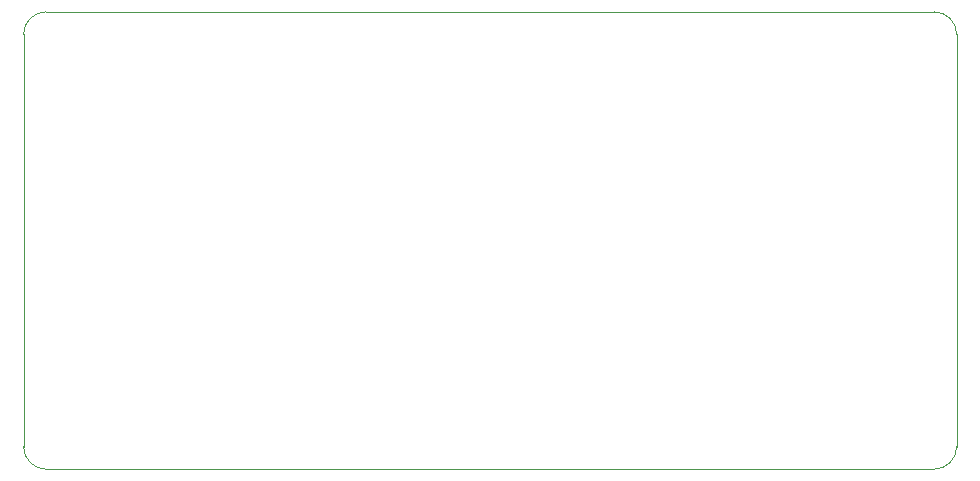
<source format=gbr>
%TF.GenerationSoftware,KiCad,Pcbnew,(5.1.9)-1*%
%TF.CreationDate,2021-05-22T07:15:07+01:00*%
%TF.ProjectId,RGBtoHDMI Amiga Denise CPLD FFC,52474274-6f48-4444-9d49-20416d696761,rev?*%
%TF.SameCoordinates,Original*%
%TF.FileFunction,Profile,NP*%
%FSLAX46Y46*%
G04 Gerber Fmt 4.6, Leading zero omitted, Abs format (unit mm)*
G04 Created by KiCad (PCBNEW (5.1.9)-1) date 2021-05-22 07:15:07*
%MOMM*%
%LPD*%
G01*
G04 APERTURE LIST*
%TA.AperFunction,Profile*%
%ADD10C,0.050000*%
%TD*%
G04 APERTURE END LIST*
D10*
X107315000Y-107950000D02*
G75*
G02*
X105410000Y-106045000I0J1905000D01*
G01*
X184404000Y-106045000D02*
G75*
G02*
X182499000Y-107950000I-1905000J0D01*
G01*
X182499000Y-69215000D02*
G75*
G02*
X184404000Y-71120000I0J-1905000D01*
G01*
X105410000Y-71120000D02*
G75*
G02*
X107315000Y-69215000I1905000J0D01*
G01*
X107315000Y-69215000D02*
X182499000Y-69215000D01*
X105410000Y-106045000D02*
X105410000Y-71120000D01*
X182499000Y-107950000D02*
X107315000Y-107950000D01*
X184404000Y-71120000D02*
X184404000Y-106045000D01*
M02*

</source>
